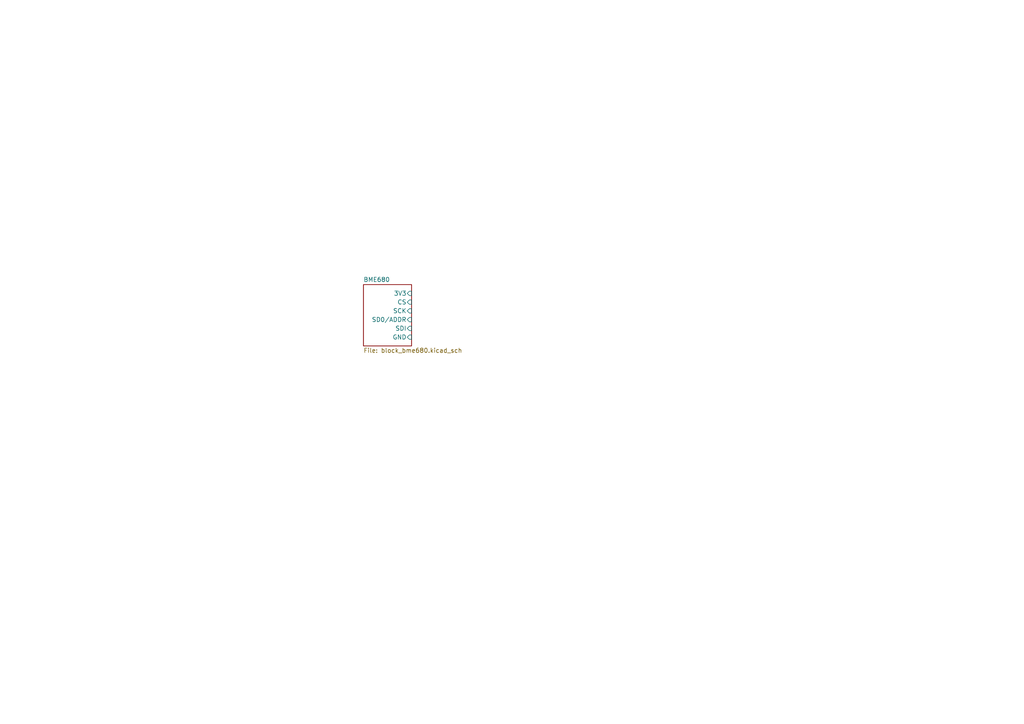
<source format=kicad_sch>
(kicad_sch
	(version 20250114)
	(generator "eeschema")
	(generator_version "9.0")
	(uuid "419bc571-068d-4021-a70d-c9d5ede62e1d")
	(paper "A4")
	(lib_symbols)
	(sheet
		(at 105.41 82.55)
		(size 13.97 17.78)
		(exclude_from_sim no)
		(in_bom yes)
		(on_board yes)
		(dnp no)
		(fields_autoplaced yes)
		(stroke
			(width 0.1524)
			(type solid)
		)
		(fill
			(color 0 0 0 0.0000)
		)
		(uuid "0b452597-2969-4c44-9bd0-751bfc0daaa3")
		(property "Sheetname" "BME680"
			(at 105.41 81.8384 0)
			(effects
				(font
					(size 1.27 1.27)
				)
				(justify left bottom)
			)
		)
		(property "Sheetfile" "block_bme680.kicad_sch"
			(at 105.41 100.9146 0)
			(effects
				(font
					(size 1.27 1.27)
				)
				(justify left top)
			)
		)
		(pin "3V3" input
			(at 119.38 85.09 0)
			(uuid "c8fe0402-2f49-475d-bd24-c10a1562a035")
			(effects
				(font
					(size 1.27 1.27)
				)
				(justify right)
			)
		)
		(pin "CS" input
			(at 119.38 87.63 0)
			(uuid "95e2b071-1069-4a69-b2e2-de1eda958d91")
			(effects
				(font
					(size 1.27 1.27)
				)
				(justify right)
			)
		)
		(pin "GND" input
			(at 119.38 97.79 0)
			(uuid "c48983c2-ced5-4b1c-9c53-8da29bbbaf0b")
			(effects
				(font
					(size 1.27 1.27)
				)
				(justify right)
			)
		)
		(pin "SCK" input
			(at 119.38 90.17 0)
			(uuid "c038dd62-8e55-41a2-a1ca-64f8354d0fc5")
			(effects
				(font
					(size 1.27 1.27)
				)
				(justify right)
			)
		)
		(pin "SD0{slash}ADDR" input
			(at 119.38 92.71 0)
			(uuid "e380c51c-660e-4f96-95b1-92b9d4621913")
			(effects
				(font
					(size 1.27 1.27)
				)
				(justify right)
			)
		)
		(pin "SDI" input
			(at 119.38 95.25 0)
			(uuid "05bb8cd5-c20a-4e63-bfec-8550e314b475")
			(effects
				(font
					(size 1.27 1.27)
				)
				(justify right)
			)
		)
		(instances
			(project "bme680"
				(path "/419bc571-068d-4021-a70d-c9d5ede62e1d"
					(page "2")
				)
			)
		)
	)
	(sheet_instances
		(path "/"
			(page "1")
		)
	)
	(embedded_fonts no)
)

</source>
